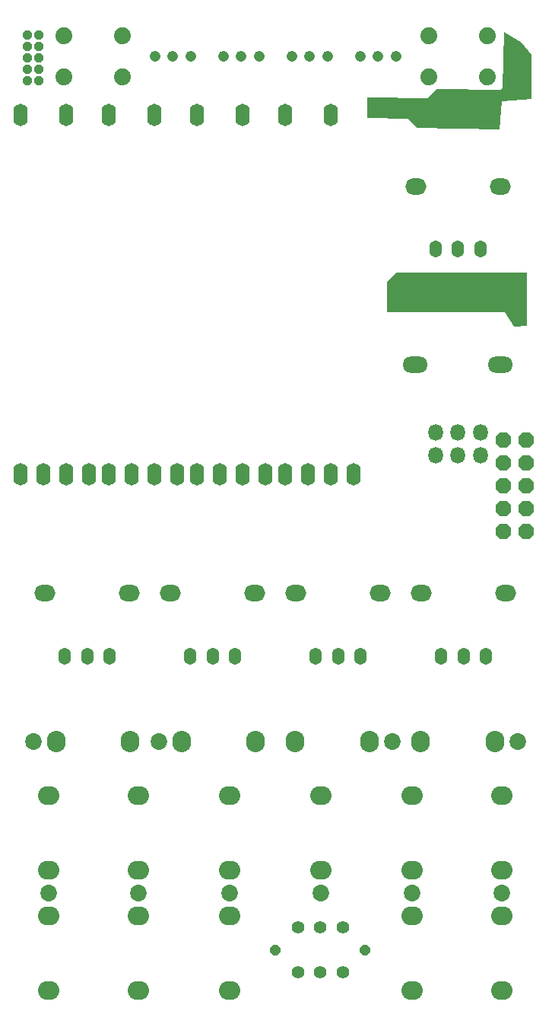
<source format=gbs>
G04 DipTrace 3.3.0.0*
G04 monsooon_01.GBS*
%MOIN*%
G04 #@! TF.FileFunction,Soldermask,Bot*
G04 #@! TF.Part,Single*
%AMOUTLINE14*
4,1,8,
-0.008419,-0.020325,
-0.020325,-0.008419,
-0.020325,0.008419,
-0.008419,0.020325,
0.008419,0.020325,
0.020325,0.008419,
0.020325,-0.008419,
0.008419,-0.020325,
-0.008419,-0.020325,
0*%
%AMOUTLINE15*
4,1,8,
0.014159,0.034184,
0.034184,0.014159,
0.034184,-0.014159,
0.014159,-0.034184,
-0.014159,-0.034184,
-0.034184,-0.014159,
-0.034184,0.014159,
-0.014159,0.034184,
0.014159,0.034184,
0*%
%AMOUTLINE18*
4,1,8,
0.02197,0.0091,
0.0091,0.02197,
-0.0091,0.02197,
-0.02197,0.0091,
-0.02197,-0.0091,
-0.0091,-0.02197,
0.0091,-0.02197,
0.02197,-0.0091,
0.02197,0.0091,
0*%
%ADD47C,0.047559*%
%ADD52O,0.054X0.074*%
%ADD53O,0.092388X0.072*%
%ADD54C,0.055433*%
%ADD55C,0.074*%
%ADD73O,0.110394X0.071024*%
%ADD75O,0.063543X0.073031*%
%ADD87O,0.063031X0.098031*%
%ADD93O,0.083031X0.093031*%
%ADD95C,0.073031*%
%ADD97O,0.093031X0.083031*%
%ADD140OUTLINE14*%
%ADD141OUTLINE15*%
%ADD144OUTLINE18*%
%FSLAX26Y26*%
G04*
G70*
G90*
G75*
G01*
G04 BotMask*
%LPD*%
D97*
X1381699Y781199D3*
Y456199D3*
D95*
Y881199D3*
D97*
X2181699Y982199D3*
Y1307199D3*
D95*
Y882199D3*
D97*
X1781699Y982199D3*
Y1307199D3*
D95*
Y882199D3*
D97*
X981699Y982199D3*
Y1307199D3*
D95*
Y882199D3*
D97*
X2575450Y982199D3*
Y1307199D3*
D95*
Y882199D3*
D93*
X2543699Y1544199D3*
X2218699D3*
D95*
X2643699D3*
D97*
X2575450Y781199D3*
Y456199D3*
D95*
Y881199D3*
D97*
X2181699Y781199D3*
Y456199D3*
D95*
Y881199D3*
D97*
X1381699Y982199D3*
Y1307199D3*
D95*
Y882199D3*
D97*
X587950Y982199D3*
Y1307199D3*
D95*
Y882199D3*
D97*
X981699Y781199D3*
Y456199D3*
D95*
Y881199D3*
D97*
X587950Y781199D3*
Y456199D3*
D95*
Y881199D3*
D93*
X1993699Y1544199D3*
X1668699D3*
D95*
X2093699D3*
D93*
X1169699D3*
X1494699D3*
D95*
X1069699D3*
D93*
X619699D3*
X944699D3*
D95*
X519699D3*
D140*
X494201Y4637950D3*
X544199D3*
X494201Y4587950D3*
X544199D3*
X494201Y4537950D3*
X544199D3*
X494201Y4487950D3*
X544199D3*
X494201Y4437950D3*
X544199D3*
D141*
X2681699Y2462950D3*
X2581699D3*
X2681699Y2562950D3*
X2581699D3*
X2681699Y2662950D3*
X2581699D3*
X2681699Y2762950D3*
X2581699D3*
X2681699Y2862950D3*
X2581699D3*
D47*
X2110440Y4544199D3*
X2031699D3*
X1952959D3*
X1810440D3*
X1731699D3*
X1652959D3*
X1510440D3*
X1431699D3*
X1352959D3*
X1210440D3*
X1131699D3*
X1052959D3*
D87*
X1825450Y2713047D3*
X1925450D3*
X1825450Y4287850D3*
X1725450Y2713047D3*
X1625450Y4287850D3*
Y2713047D3*
X1050450Y2713058D3*
X1150450D3*
X1050450Y4287861D3*
X950450Y2713058D3*
X850450Y4287861D3*
Y2713058D3*
D52*
X2283274Y3699860D3*
X2381699D3*
X2480125D3*
D53*
X2196660Y3975450D3*
X2566739D3*
D52*
X1758274Y1918609D3*
X1856699D3*
X1955125D3*
D53*
X1671660Y2194199D3*
X2041739D3*
D87*
X1437949Y2713047D3*
X1537949D3*
X1437949Y4287850D3*
X1337949Y2713047D3*
X1237949Y4287850D3*
Y2713047D3*
X662959D3*
X762959D3*
X662959Y4287850D3*
X562959Y2713047D3*
X462959Y4287850D3*
Y2713047D3*
D52*
X2308274Y1918609D3*
X2406699D3*
X2505125D3*
D53*
X2221660Y2194199D3*
X2591739D3*
D52*
X1208274Y1918609D3*
X1306699D3*
X1405125D3*
D53*
X1121660Y2194199D3*
X1491739D3*
D52*
X658274Y1918609D3*
X756699D3*
X855125D3*
D53*
X571660Y2194199D3*
X941739D3*
D144*
X1975400Y631699D3*
X1581699D3*
D54*
X1876975Y533274D3*
X1778550D3*
X1680125D3*
X1876975Y730125D3*
X1778550D3*
X1680125D3*
D55*
X2253699Y4455199D3*
X2509699D3*
X2253699Y4633199D3*
X2509699D3*
X653699Y4455199D3*
X909699D3*
X653699Y4633199D3*
X909699D3*
D75*
X2479692Y2899199D3*
X2381699Y2898924D3*
X2283699Y2899199D3*
D73*
X2194692Y3194199D3*
X2568707D3*
D75*
X2479692Y2799199D3*
X2381699Y2798924D3*
X2283707Y2799199D3*
G36*
X1983858Y4364359D2*
Y4275111D1*
X2163868Y4272086D1*
X2200172Y4229731D1*
X2564729Y4225193D1*
X2575318Y4347720D1*
X2702383Y4358309D1*
X2703801Y4550197D1*
X2660819Y4606010D1*
X2583374Y4649794D1*
X2577940Y4406829D1*
X2569401Y4399067D1*
X2286848Y4399843D1*
X2251917Y4360254D1*
D1*
X1983858Y4364359D1*
G37*
G36*
X2071521Y3425217D2*
X2069814Y3553297D1*
X2110799Y3597699D1*
X2682893D1*
X2685454Y3362884D1*
X2626537Y3362030D1*
X2587259Y3424363D1*
D1*
X2071521Y3425217D1*
G37*
M02*

</source>
